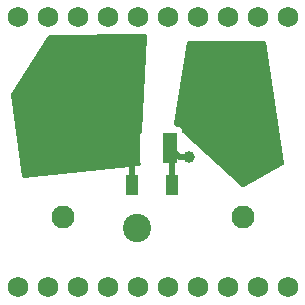
<source format=gbr>
%TF.GenerationSoftware,KiCad,Pcbnew,8.0.7*%
%TF.CreationDate,2025-01-28T21:08:18-05:00*%
%TF.ProjectId,Circuit Power Module,43697263-7569-4742-9050-6f776572204d,rev?*%
%TF.SameCoordinates,Original*%
%TF.FileFunction,Copper,L1,Top*%
%TF.FilePolarity,Positive*%
%FSLAX46Y46*%
G04 Gerber Fmt 4.6, Leading zero omitted, Abs format (unit mm)*
G04 Created by KiCad (PCBNEW 8.0.7) date 2025-01-28 21:08:18*
%MOMM*%
%LPD*%
G01*
G04 APERTURE LIST*
%TA.AperFunction,ComponentPad*%
%ADD10C,1.750000*%
%TD*%
%TA.AperFunction,SMDPad,CuDef*%
%ADD11R,1.158800X2.550800*%
%TD*%
%TA.AperFunction,SMDPad,CuDef*%
%ADD12R,1.110000X1.730000*%
%TD*%
%TA.AperFunction,ComponentPad*%
%ADD13C,2.400000*%
%TD*%
%TA.AperFunction,ComponentPad*%
%ADD14C,1.950000*%
%TD*%
%TA.AperFunction,ComponentPad*%
%ADD15R,2.108200X2.108200*%
%TD*%
%TA.AperFunction,ComponentPad*%
%ADD16C,2.108200*%
%TD*%
%TA.AperFunction,ViaPad*%
%ADD17C,1.000000*%
%TD*%
%TA.AperFunction,Conductor*%
%ADD18C,0.500000*%
%TD*%
G04 APERTURE END LIST*
D10*
%TO.P,REF\u002A\u002A,1*%
%TO.N,N/C*%
X76200000Y-48260000D03*
%TO.P,REF\u002A\u002A,2*%
X78740000Y-48260000D03*
%TO.P,REF\u002A\u002A,3*%
X81280000Y-48260000D03*
%TO.P,REF\u002A\u002A,4*%
X83820000Y-48260000D03*
%TO.P,REF\u002A\u002A,5*%
X86360000Y-48260000D03*
%TO.P,REF\u002A\u002A,6*%
X88900000Y-48260000D03*
%TO.P,REF\u002A\u002A,7*%
X91440000Y-48260000D03*
%TO.P,REF\u002A\u002A,8*%
X93980000Y-48260000D03*
%TO.P,REF\u002A\u002A,9*%
X96520000Y-48260000D03*
%TO.P,REF\u002A\u002A,10*%
X99060000Y-48260000D03*
%TD*%
%TO.P,REF\u002A\u002A,1*%
%TO.N,N/C*%
X76200000Y-25400000D03*
%TO.P,REF\u002A\u002A,2*%
X78740000Y-25400000D03*
%TO.P,REF\u002A\u002A,3*%
X81280000Y-25400000D03*
%TO.P,REF\u002A\u002A,4*%
X83820000Y-25400000D03*
%TO.P,REF\u002A\u002A,5*%
X86360000Y-25400000D03*
%TO.P,REF\u002A\u002A,6*%
X88900000Y-25400000D03*
%TO.P,REF\u002A\u002A,7*%
X91440000Y-25400000D03*
%TO.P,REF\u002A\u002A,8*%
X93980000Y-25400000D03*
%TO.P,REF\u002A\u002A,9*%
X96520000Y-25400000D03*
%TO.P,REF\u002A\u002A,10*%
X99060000Y-25400000D03*
%TD*%
D11*
%TO.P,C2,1*%
%TO.N,Net-(C2-Pad1)*%
X89070000Y-36431950D03*
%TO.P,C2,2*%
%TO.N,Net-(C2-Pad2)*%
X85911198Y-36431950D03*
%TD*%
D12*
%TO.P,D1,A*%
%TO.N,Net-(C2-Pad1)*%
X89300000Y-39615850D03*
%TO.P,D1,C*%
%TO.N,Net-(C2-Pad2)*%
X85890000Y-39615850D03*
%TD*%
D13*
%TO.P,TP1,TP*%
%TO.N,Net-(C2-Pad2)*%
X77920000Y-32395850D03*
%TD*%
D14*
%TO.P,J2,1*%
%TO.N,Net-(F1-Pad3)*%
X95260000Y-37305850D03*
%TO.P,J2,2*%
%TO.N,Net-(C2-Pad1)*%
X95260000Y-42305850D03*
%TD*%
%TO.P,J1,1*%
%TO.N,Net-(C2-Pad1)*%
X80020000Y-42305850D03*
%TO.P,J1,2*%
%TO.N,Net-(C2-Pad2)*%
X80020000Y-37305850D03*
%TD*%
D15*
%TO.P,F1,1,1*%
%TO.N,Net-(C2-Pad2)*%
X85557000Y-28804050D03*
D16*
%TO.P,F1,2,2*%
X85557000Y-32207650D03*
%TO.P,F1,3,3*%
%TO.N,Net-(F1-Pad3)*%
X95463000Y-32207650D03*
%TO.P,F1,4,4*%
X95463000Y-28804050D03*
%TD*%
D13*
%TO.P,TP2,TP*%
%TO.N,Net-(C2-Pad1)*%
X86310000Y-43255850D03*
%TD*%
D17*
%TO.N,Net-(C2-Pad1)*%
X90700000Y-37195850D03*
%TD*%
D18*
%TO.N,Net-(C2-Pad2)*%
X85911198Y-36431950D02*
X85911198Y-39594652D01*
X85911198Y-39594652D02*
X85890000Y-39615850D01*
%TO.N,Net-(C2-Pad1)*%
X90700000Y-37195850D02*
X89833900Y-37195850D01*
X89300000Y-36661950D02*
X89070000Y-36431950D01*
X89833900Y-37195850D02*
X89070000Y-36431950D01*
X89300000Y-39615850D02*
X89300000Y-36661950D01*
%TD*%
%TA.AperFunction,Conductor*%
%TO.N,Net-(F1-Pad3)*%
G36*
X97150393Y-27405535D02*
G01*
X97196148Y-27458339D01*
X97205958Y-27491295D01*
X98757242Y-37741552D01*
X98747811Y-37810782D01*
X98702448Y-37863923D01*
X98695858Y-37867941D01*
X95378045Y-39751541D01*
X95310027Y-39767521D01*
X95244168Y-39744190D01*
X95233522Y-39735558D01*
X90186791Y-35158489D01*
X90150357Y-35098871D01*
X90146804Y-35079889D01*
X90143491Y-35049066D01*
X90093197Y-34914221D01*
X90093193Y-34914214D01*
X90006947Y-34799005D01*
X90006944Y-34799002D01*
X89891735Y-34712756D01*
X89891728Y-34712752D01*
X89756882Y-34662458D01*
X89756883Y-34662458D01*
X89697283Y-34656051D01*
X89697281Y-34656050D01*
X89697273Y-34656050D01*
X89697265Y-34656050D01*
X89680650Y-34656050D01*
X89613611Y-34636365D01*
X89597347Y-34623901D01*
X89440260Y-34481433D01*
X89403826Y-34421815D01*
X89401293Y-34368945D01*
X90562553Y-27489210D01*
X90593121Y-27426383D01*
X90652804Y-27390055D01*
X90684823Y-27385850D01*
X97083354Y-27385850D01*
X97150393Y-27405535D01*
G37*
%TD.AperFunction*%
%TD*%
%TA.AperFunction,Conductor*%
%TO.N,Net-(C2-Pad2)*%
G36*
X87075667Y-26846229D02*
G01*
X87121989Y-26898536D01*
X87133611Y-26957282D01*
X86737118Y-35114770D01*
X86714202Y-35180775D01*
X86659239Y-35223912D01*
X86613264Y-35232750D01*
X86541398Y-35232750D01*
X86541398Y-37631150D01*
X86572567Y-37662319D01*
X86606052Y-37723642D01*
X86608740Y-37756020D01*
X86605149Y-37829897D01*
X86582233Y-37895902D01*
X86527269Y-37939039D01*
X86494527Y-37947169D01*
X76749028Y-38993075D01*
X76680271Y-38980657D01*
X76629142Y-38933037D01*
X76613046Y-38887346D01*
X75626468Y-31991063D01*
X75636460Y-31921914D01*
X75644403Y-31907249D01*
X78763962Y-26972852D01*
X78816424Y-26926707D01*
X78867433Y-26915122D01*
X87008422Y-26827269D01*
X87075667Y-26846229D01*
G37*
%TD.AperFunction*%
%TD*%
M02*

</source>
